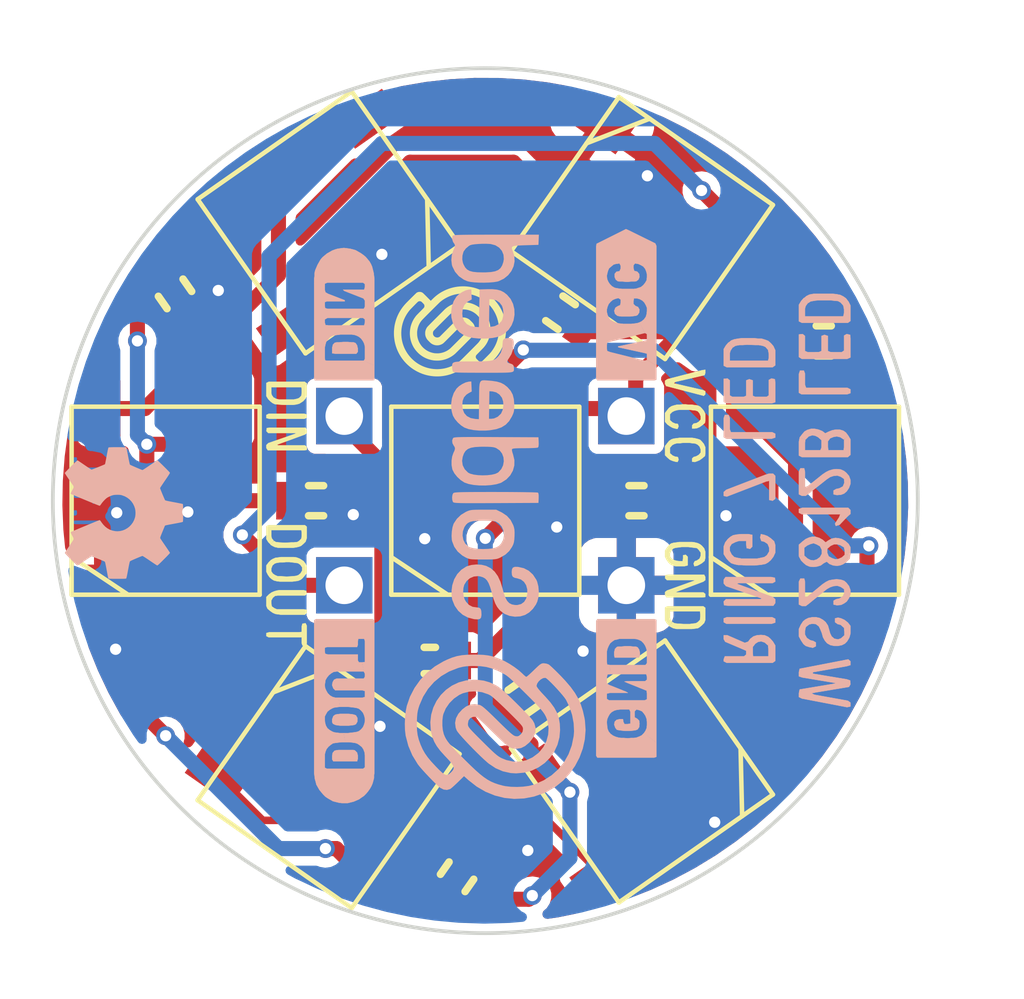
<source format=kicad_pcb>
(kicad_pcb (version 20211014) (generator pcbnew)
  (title_block (title "Smart LED WS2812B Ring7") (date "2021-07-26") (rev "V1.0.0.") (company "SOLDERED") (comment 1 "333055"))
  (layers (0 "F.Cu" signal) (31 "B.Cu" signal) (34 "B.Paste" user) (35 "F.Paste" user) (36 "B.SilkS" user "B.Silkscreen") (37 "F.SilkS" user "F.Silkscreen") (38 "B.Mask" user) (39 "F.Mask" user) (44 "Edge.Cuts" user))
  (net 0 "")
  (net 1 "VCC")
  (net 2 "GND")
  (net 3 "Net-(LED1-Pad2)")
  (net 4 "Net-(LED2-Pad2)")
  (net 5 "Net-(LED3-Pad2)")
  (net 6 "Net-(LED4-Pad2)")
  (net 7 "Net-(LED5-Pad2)")
  (net 8 "Net-(LED6-Pad2)")
  (net 9 "Net-(LED7-Pad2)")
  (net 10 "Net-(LED1-Pad4)")
  (net 11 "Net-(PAD2-Pad1)")
  (footprint "Soldered Graphics:Logo-Back-SolderedFULL-15mm" (layer "F.Cu") (at 111.76 108.93 -90)
    (fp_text reference "REF**" hide)
    (fp_text value "Logo-Front-SolderedFULL-15mm" hide)
  )
  (footprint "Soldered Graphics:Logo-Back-OSH-3.5mm" (layer "F.Cu") (at 101.89 108.83 -90)
    (fp_text reference "G***" hide)
    (fp_text value "LOGO" hide)
  )
  (footprint "e-radionica.com footprinti:WS2812B LED" (layer "F.Cu") (at 115.666666 101.25 145)
    (fp_text reference "LED7")
    (fp_text value "WS2812B")
    (pad "1" smd rect (at -2.45 -1.65 145) (size 1.5 0.9) (layers "F.Cu" "F.Paste" "F.Mask") (net 1 "VCC"))
    (pad "2" smd rect (at -2.45 1.65 145) (size 1.5 0.9) (layers "F.Cu" "F.Paste" "F.Mask") (net 9 "Net-(LED7-Pad2)"))
    (pad "3" smd rect (at 2.45 1.65 145) (size 1.5 0.9) (layers "F.Cu" "F.Paste" "F.Mask") (net 2 "GND"))
    (pad "4" smd rect (at 2.45 -1.65 145) (size 1.5 0.9) (layers "F.Cu" "F.Paste" "F.Mask") (net 8 "Net-(LED6-Pad2)"))
  )
  (footprint "e-radionica.com footprinti:0603C" (layer "F.Cu") (at 107 108.5)
    (fp_text reference "C5")
    (fp_text value "100n")
    (pad "1" smd rect locked (at -0.73 0) (size 0.66 1) (layers "F.Cu" "F.Paste" "F.Mask") (net 1 "VCC"))
    (pad "2" smd rect locked (at 0.73 0) (size 0.66 1) (layers "F.Cu" "F.Paste" "F.Mask") (net 2 "GND"))
  )
  (footprint "e-radionica.com footprinti:0603C" (layer "F.Cu") (at 103.25 103 -55)
    (fp_text reference "C6")
    (fp_text value "100n")
    (pad "1" smd rect locked (at -0.73 0 305) (size 0.66 1) (layers "F.Cu" "F.Paste" "F.Mask") (net 1 "VCC"))
    (pad "2" smd rect locked (at 0.73 0 305) (size 0.66 1) (layers "F.Cu" "F.Paste" "F.Mask") (net 2 "GND"))
  )
  (footprint "e-radionica.com footprinti:WS2812B LED" (layer "F.Cu") (at 115.66666 115.7 35)
    (fp_text reference "LED3")
    (fp_text value "WS2812B")
    (pad "1" smd rect (at -2.45 -1.65 35) (size 1.5 0.9) (layers "F.Cu" "F.Paste" "F.Mask") (net 1 "VCC"))
    (pad "2" smd rect (at -2.45 1.65 35) (size 1.5 0.9) (layers "F.Cu" "F.Paste" "F.Mask") (net 5 "Net-(LED3-Pad2)"))
    (pad "3" smd rect (at 2.45 1.65 35) (size 1.5 0.9) (layers "F.Cu" "F.Paste" "F.Mask") (net 2 "GND"))
    (pad "4" smd rect (at 2.45 -1.65 35) (size 1.5 0.9) (layers "F.Cu" "F.Paste" "F.Mask") (net 4 "Net-(LED2-Pad2)"))
  )
  (footprint "e-radionica.com footprinti:0603C" (layer "F.Cu") (at 120.5 104.25 180)
    (fp_text reference "C2")
    (fp_text value "100n")
    (pad "1" smd rect locked (at -0.73 0 180) (size 0.66 1) (layers "F.Cu" "F.Paste" "F.Mask") (net 1 "VCC"))
    (pad "2" smd rect locked (at 0.73 0 180) (size 0.66 1) (layers "F.Cu" "F.Paste" "F.Mask") (net 2 "GND"))
  )
  (footprint "e-radionica.com footprinti:FIDUCIAL_23" (layer "F.Cu") (at 115.66666 115.7 -90)
    (fp_text reference "FD1")
    (fp_text value "FIDUCIAL")
    (fp_circle (center 0 0) (end 1 0) (layer "F.Cu") (width 0.2) (fill none))
    (pad "1" smd circle (at 0 0 270) (size 1 1) (layers "F.Cu" "F.Paste" "F.Mask") (clearance 1.1))
  )
  (footprint "e-radionica.com footprinti:PAD_2x1.5" (layer "F.Cu") (at 115.5 110.75 -90)
    (fp_text reference "PAD4")
    (fp_text value "PAD_2x1.5")
    (pad "1" smd rect (at 0 0.25 270) (size 1.5 1.5) (layers "F.Cu" "F.Mask") (net 2 "GND"))
  )
  (footprint "Soldered Graphics:Logo-Front-Soldered-3mm" (layer "F.Cu") (at 110.56 104 -90)
    (fp_text reference "G***" hide)
    (fp_text value "LOGO" hide)
  )
  (footprint "e-radionica.com footprinti:WS2812B LED" (layer "F.Cu") (at 120 108.5 -90)
    (fp_text reference "LED2")
    (fp_text value "WS2812B")
    (pad "1" smd rect (at -2.45 -1.65 270) (size 1.5 0.9) (layers "F.Cu" "F.Paste" "F.Mask") (net 1 "VCC"))
    (pad "2" smd rect (at -2.45 1.65 270) (size 1.5 0.9) (layers "F.Cu" "F.Paste" "F.Mask") (net 4 "Net-(LED2-Pad2)"))
    (pad "3" smd rect (at 2.45 1.65 270) (size 1.5 0.9) (layers "F.Cu" "F.Paste" "F.Mask") (net 2 "GND"))
    (pad "4" smd rect (at 2.45 -1.65 270) (size 1.5 0.9) (layers "F.Cu" "F.Paste" "F.Mask") (net 3 "Net-(LED1-Pad2)"))
  )
  (footprint "buzzardLabel" (layer "F.Cu") (at 116.8 106.25 -90)
    (fp_text reference "" (at 0 0 90) (layer "F.SilkS") (effects (font (size 1.27 1.27))))
    (fp_text value "" (at 0 0 90) (layer "F.SilkS") (effects (font (size 1.27 1.27))))
  )
  (footprint "e-radionica.com footprinti:PAD_2x1.5" (layer "F.Cu") (at 107.5 110.75 -90)
    (fp_text reference "PAD5")
    (fp_text value "PAD_2x1.5")
    (pad "1" smd rect (at 0 -0.25 270) (size 1.5 1.5) (layers "F.Cu" "F.Mask") (net 9 "Net-(LED7-Pad2)"))
  )
  (footprint "e-radionica.com footprinti:PAD_2x1.5" (layer "F.Cu") (at 107.5 106.25 -90)
    (fp_text reference "PAD2")
    (fp_text value "PAD_2x1.5")
    (pad "1" smd rect (at 0 -0.25 270) (size 1.5 1.5) (layers "F.Cu" "F.Mask") (net 11 "Net-(PAD2-Pad1)"))
  )
  (footprint "buzzardLabel" (layer "F.Cu") (at 106.2 110.75 -90)
    (fp_text reference "" (at 0 0 90) (layer "F.SilkS") (effects (font (size 1.27 1.27))))
    (fp_text value "" (at 0 0 90) (layer "F.SilkS") (effects (font (size 1.27 1.27))))
  )
  (footprint "e-radionica.com footprinti:0603C" (layer "F.Cu") (at 110.75 118.5 55)
    (fp_text reference "C4")
    (fp_text value "100n")
    (pad "1" smd rect locked (at -0.73 0 55) (size 0.66 1) (layers "F.Cu" "F.Paste" "F.Mask") (net 1 "VCC"))
    (pad "2" smd rect locked (at 0.73 0 55) (size 0.66 1) (layers "F.Cu" "F.Paste" "F.Mask") (net 2 "GND"))
  )
  (footprint "buzzardLabel" (layer "F.Cu") (at 116.8 110.75 -90)
    (fp_text reference "" (at 0 0 90) (layer "F.SilkS") (effects (font (size 1.27 1.27))))
    (fp_text value "" (at 0 0 90) (layer "F.SilkS") (effects (font (size 1.27 1.27))))
  )
  (footprint "e-radionica.com footprinti:WS2812B LED" (layer "F.Cu") (at 111.5 108.5 -90)
    (fp_text reference "LED1")
    (fp_text value "WS2812B")
    (pad "1" smd rect (at -2.45 -1.65 270) (size 1.5 0.9) (layers "F.Cu" "F.Paste" "F.Mask") (net 1 "VCC"))
    (pad "2" smd rect (at -2.45 1.65 270) (size 1.5 0.9) (layers "F.Cu" "F.Paste" "F.Mask") (net 3 "Net-(LED1-Pad2)"))
    (pad "3" smd rect (at 2.45 1.65 270) (size 1.5 0.9) (layers "F.Cu" "F.Paste" "F.Mask") (net 2 "GND"))
    (pad "4" smd rect (at 2.45 -1.65 270) (size 1.5 0.9) (layers "F.Cu" "F.Paste" "F.Mask") (net 10 "Net-(LED1-Pad4)"))
  )
  (footprint "e-radionica.com footprinti:0603C" (layer "F.Cu") (at 112.5 113.75 35)
    (fp_text reference "C3")
    (fp_text value "100n")
    (pad "1" smd rect locked (at -0.73 0 35) (size 0.66 1) (layers "F.Cu" "F.Paste" "F.Mask") (net 1 "VCC"))
    (pad "2" smd rect locked (at 0.73 0 35) (size 0.66 1) (layers "F.Cu" "F.Paste" "F.Mask") (net 2 "GND"))
  )
  (footprint "e-radionica.com footprinti:0603C" (layer "F.Cu") (at 113.5 103.5 145)
    (fp_text reference "C7")
    (fp_text value "100n")
    (pad "1" smd rect locked (at -0.73 0 145) (size 0.66 1) (layers "F.Cu" "F.Paste" "F.Mask") (net 1 "VCC"))
    (pad "2" smd rect locked (at 0.73 0 145) (size 0.66 1) (layers "F.Cu" "F.Paste" "F.Mask") (net 2 "GND"))
  )
  (footprint "e-radionica.com footprinti:0603C" (layer "F.Cu") (at 115.52 108.5)
    (fp_text reference "C1")
    (fp_text value "100n")
    (pad "1" smd rect locked (at -0.73 0) (size 0.66 1) (layers "F.Cu" "F.Paste" "F.Mask") (net 1 "VCC"))
    (pad "2" smd rect locked (at 0.73 0) (size 0.66 1) (layers "F.Cu" "F.Paste" "F.Mask") (net 2 "GND"))
  )
  (footprint "e-radionica.com footprinti:WS2812B LED" (layer "F.Cu") (at 107.33333 101.1 35)
    (fp_text reference "LED6")
    (fp_text value "WS2812B")
    (pad "1" smd rect (at -2.45 -1.65 35) (size 1.5 0.9) (layers "F.Cu" "F.Paste" "F.Mask") (net 1 "VCC"))
    (pad "2" smd rect (at -2.45 1.65 35) (size 1.5 0.9) (layers "F.Cu" "F.Paste" "F.Mask") (net 8 "Net-(LED6-Pad2)"))
    (pad "3" smd rect (at 2.45 1.65 35) (size 1.5 0.9) (layers "F.Cu" "F.Paste" "F.Mask") (net 2 "GND"))
    (pad "4" smd rect (at 2.45 -1.65 35) (size 1.5 0.9) (layers "F.Cu" "F.Paste" "F.Mask") (net 7 "Net-(LED5-Pad2)"))
  )
  (footprint "e-radionica.com footprinti:0603R" (layer "F.Cu") (at 110.025 112.75 180)
    (fp_text reference "R1")
    (fp_text value "100")
    (pad "1" smd rect locked (at -0.775 0 270) (size 1 0.64) (layers "F.Cu" "F.Paste" "F.Mask") (net 10 "Net-(LED1-Pad4)"))
    (pad "2" smd rect locked (at 0.775 0 270) (size 1 0.64) (layers "F.Cu" "F.Paste" "F.Mask") (net 11 "Net-(PAD2-Pad1)"))
  )
  (footprint "e-radionica.com footprinti:WS2812B LED" (layer "F.Cu") (at 103 108.5 -90)
    (fp_text reference "LED5")
    (fp_text value "WS2812B")
    (pad "1" smd rect (at -2.45 -1.65 270) (size 1.5 0.9) (layers "F.Cu" "F.Paste" "F.Mask") (net 1 "VCC"))
    (pad "2" smd rect (at -2.45 1.65 270) (size 1.5 0.9) (layers "F.Cu" "F.Paste" "F.Mask") (net 7 "Net-(LED5-Pad2)"))
    (pad "3" smd rect (at 2.45 1.65 270) (size 1.5 0.9) (layers "F.Cu" "F.Paste" "F.Mask") (net 2 "GND"))
    (pad "4" smd rect (at 2.45 -1.65 270) (size 1.5 0.9) (layers "F.Cu" "F.Paste" "F.Mask") (net 6 "Net-(LED4-Pad2)"))
  )
  (footprint "buzzardLabel" (layer "F.Cu") (at 106.2 106.25 -90)
    (fp_text reference "" (at 0 0 90) (layer "F.SilkS") (effects (font (size 1.27 1.27))))
    (fp_text value "" (at 0 0 90) (layer "F.SilkS") (effects (font (size 1.27 1.27))))
  )
  (footprint "e-radionica.com footprinti:PAD_2x1.5" (layer "F.Cu") (at 115.5 106.25 -90)
    (fp_text reference "PAD3")
    (fp_text value "PAD_2x1.5")
    (pad "1" smd rect (at 0 0.25 270) (size 1.5 1.5) (layers "F.Cu" "F.Mask") (net 1 "VCC"))
  )
  (footprint "e-radionica.com footprinti:WS2812B LED" (layer "F.Cu") (at 107.333333 115.85 145)
    (fp_text reference "LED4")
    (fp_text value "WS2812B")
    (pad "1" smd rect (at -2.45 -1.65 145) (size 1.5 0.9) (layers "F.Cu" "F.Paste" "F.Mask") (net 1 "VCC"))
    (pad "2" smd rect (at -2.45 1.65 145) (size 1.5 0.9) (layers "F.Cu" "F.Paste" "F.Mask") (net 6 "Net-(LED4-Pad2)"))
    (pad "3" smd rect (at 2.45 1.65 145) (size 1.5 0.9) (layers "F.Cu" "F.Paste" "F.Mask") (net 2 "GND"))
    (pad "4" smd rect (at 2.45 -1.65 145) (size 1.5 0.9) (layers "F.Cu" "F.Paste" "F.Mask") (net 5 "Net-(LED3-Pad2)"))
  )
  (footprint "e-radionica.com footprinti:PAD_2x1.5" (layer "B.Cu") (at 115.5 110.75 90)
    (fp_text reference "PAD1")
    (fp_text value "PAD_2x1.5")
    (pad "1" smd rect (at 0 -0.25 90) (size 1.5 1.5) (layers "B.Cu" "B.Mask") (net 2 "GND"))
  )
  (footprint "e-radionica.com footprinti:PAD_2x1.5" (layer "B.Cu") (at 107.75 106.25 90)
    (fp_text reference "PAD7")
    (fp_text value "PAD_2x1.5")
    (pad "1" smd rect (at 0 0 90) (size 1.5 1.5) (layers "B.Cu" "B.Mask") (net 11 "Net-(PAD2-Pad1)"))
  )
  (footprint "buzzardLabel" (layer "B.Cu") (at 107.75 105.7 90)
    (fp_text reference "" (at 0 0 90) (layer "B.SilkS") (effects (font (size 1.27 1.27)) (justify mirror)))
    (fp_text value "" (at 0 0 90) (layer "B.SilkS") (effects (font (size 1.27 1.27)) (justify mirror)))
  )
  (footprint "e-radionica.com footprinti:PAD_2x1.5" (layer "B.Cu") (at 107.5 110.75 90)
    (fp_text reference "PAD8")
    (fp_text value "PAD_2x1.5")
    (pad "1" smd rect (at 0 0.25 90) (size 1.5 1.5) (layers "B.Cu" "B.Mask") (net 9 "Net-(LED7-Pad2)"))
  )
  (footprint "Soldered Graphics:Version1.1.1." (layer "B.Cu") (at 100.9 108.6 90)
    (fp_text reference "REF**" hide)
    (fp_text value "Version1.1.1." hide)
    (fp_poly (pts (xy 0.91 -0.35) (xy 0.96 -0.35) (xy 0.98 -0.31) (xy 0.98 0.35) (xy 0.95 0.38) (xy 0.89 0.38) (xy 0.86 0.34) (xy 0.74 0.22) (xy 0.73 0.17) (xy 0.76 0.16) (xy 0.85 0.22) (xy 0.89 0.23) (xy 0.89 -0.31) (xy 0.91 -0.35)) (layer "B.Cu") (width 0.01) (fill solid))
    (fp_poly (pts (xy 0.43 -0.38) (xy 0.48 -0.38) (xy 0.54 -0.37) (xy 0.54 -0.33) (xy 0.54 -0.27) (xy 0.5 -0.26) (xy 0.45 -0.26) (xy 0.42 -0.29) (xy 0.42 -0.34) (xy 0.43 -0.38)) (layer "B.Cu") (width 0.01) (fill solid))
    (fp_poly (pts (xy -0.5 -0.35) (xy -0.44 -0.35) (xy -0.43 -0.31) (xy -0.43 0.35) (xy -0.46 0.38) (xy -0.52 0.38) (xy -0.55 0.34) (xy -0.67 0.22) (xy -0.68 0.17) (xy -0.65 0.16) (xy -0.56 0.22) (xy -0.52 0.23) (xy -0.52 -0.31) (xy -0.5 -0.35)) (layer "B.Cu") (width 0.01) (fill solid))
    (fp_poly (pts (xy -0.27 -0.38) (xy -0.22 -0.38) (xy -0.17 -0.37) (xy -0.16 -0.33) (xy -0.16 -0.27) (xy -0.21 -0.26) (xy -0.26 -0.26) (xy -0.29 -0.29) (xy -0.29 -0.34) (xy -0.27 -0.38)) (layer "B.Cu") (width 0.01) (fill solid))
    (fp_poly (pts (xy 0.21 -0.35) (xy 0.26 -0.35) (xy 0.28 -0.31) (xy 0.28 0.35) (xy 0.24 0.38) (xy 0.19 0.38) (xy 0.15 0.34) (xy 0.04 0.22) (xy 0.02 0.17) (xy 0.05 0.16) (xy 0.14 0.22) (xy 0.18 0.23) (xy 0.18 -0.31) (xy 0.21 -0.35)) (layer "B.Cu") (width 0.01) (fill solid))
    (fp_poly (pts (xy -1.15 -0.35) (xy -1.1 -0.35) (xy -1.07 -0.31) (xy -0.92 0.1) (xy -0.94 0.13) (xy -0.99 0.13) (xy -1.02 0.1) (xy -1.11 -0.16) (xy -1.13 -0.21) (xy -1.15 -0.17) (xy -1.24 0.09) (xy -1.26 0.13) (xy -1.32 0.13) (xy -1.34 0.1) (xy -1.18 -0.31) (xy -1.15 -0.35)) (layer "B.Cu") (width 0.01) (fill solid))
    (fp_poly (pts (xy 1.14 -0.38) (xy 1.19 -0.38) (xy 1.24 -0.37) (xy 1.25 -0.33) (xy 1.25 -0.27) (xy 1.2 -0.26) (xy 1.15 -0.26) (xy 1.12 -0.29) (xy 1.12 -0.34) (xy 1.14 -0.38)) (layer "B.Cu") (width 0.01) (fill solid))
  )
  (footprint "buzzardLabel" (layer "B.Cu") (at 115.25 105.7 90)
    (fp_text reference "" (at 0 0 90) (layer "B.SilkS") (effects (font (size 1.27 1.27)) (justify mirror)))
    (fp_text value "" (at 0 0 90) (layer "B.SilkS") (effects (font (size 1.27 1.27)) (justify mirror)))
  )
  (footprint "buzzardLabel" (layer "B.Cu") (at 120.5 108.5 90)
    (fp_text reference "" (at 0 0 90) (layer "B.SilkS") (effects (font (size 1.27 1.27)) (justify mirror)))
    (fp_text value "" (at 0 0 90) (layer "B.SilkS") (effects (font (size 1.27 1.27)) (justify mirror)))
  )
  (footprint "buzzardLabel" (layer "B.Cu") (at 107.75 111.25 90)
    (fp_text reference "" (at 0 0 90) (layer "B.SilkS") (effects (font (size 1.27 1.27)) (justify mirror)))
    (fp_text value "" (at 0 0 90) (layer "B.SilkS") (effects (font (size 1.27 1.27)) (justify mirror)))
  )
  (footprint "buzzardLabel" (layer "B.Cu") (at 115.25 111.25 90)
    (fp_text reference "" (at 0 0 90) (layer "B.SilkS") (effects (font (size 1.27 1.27)) (justify mirror)))
    (fp_text value "" (at 0 0 90) (layer "B.SilkS") (effects (font (size 1.27 1.27)) (justify mirror)))
  )
  (footprint "e-radionica.com footprinti:PAD_2x1.5" (layer "B.Cu") (at 115.5 106.25 90)
    (fp_text reference "PAD6")
    (fp_text value "PAD_2x1.5")
    (pad "1" smd rect (at 0 -0.25 90) (size 1.5 1.5) (layers "B.Cu" "B.Mask") (net 1 "VCC"))
  )
  (footprint "buzzardLabel" (layer "B.Cu") (at 118.5 108.5 90)
    (fp_text reference "" (at 0 0 90) (layer "B.SilkS") (effects (font (size 1.27 1.27)) (justify mirror)))
    (fp_text value "" (at 0 0 90) (layer "B.SilkS") (effects (font (size 1.27 1.27)) (justify mirror)))
  )
  (gr_circle (center 111.5 108.5) (end 111.5 120) (layer "Edge.Cuts") (width 0.1) (fill none))
  (segment (start 114.79 108.5) (end 114.25 108.5) (width 0.4) (layer "F.Cu") (net 1))
  (segment (start 112.713336 115.753661) (end 112.713336 114.980028) (width 0.4) (layer "F.Cu") (net 1))
  (segment (start 108.393854 118.606863) (end 109.840171 118.606863) (width 0.4) (layer "F.Cu") (net 1))
  (segment (start 121.65 104.67) (end 121.23 104.25) (width 0.4) (layer "F.Cu") (net 1))
  (segment (start 102.25 102.983308) (end 102.25 104.25) (width 0.4) (layer "F.Cu") (net 1))
  (segment (start 120.5 102.75) (end 121.23 103.48) (width 0.4) (layer "F.Cu") (net 1))
  (segment (start 110.331289 119.097981) (end 112.652019 119.097981) (width 0.4) (layer "F.Cu") (net 1))
  (segment (start 109.840171 118.606863) (end 110.331289 119.097981) (width 0.4) (layer "F.Cu") (net 1))
  (segment (start 114.125 108.375) (end 113.15 107.4) (width 0.4) (layer "F.Cu") (net 1))
  (segment (start 115.3 106.05) (end 115.5 106.25) (width 0.4) (layer "F.Cu") (net 1))
  (segment (start 115.5 106.25) (end 115.5 105.23405) (width 0.4) (layer "F.Cu") (net 1))
  (segment (start 102.5 107) (end 103.7 107) (width 0.4) (layer "F.Cu") (net 1))
  (segment (start 119.25 102.75) (end 120.5 102.75) (width 0.4) (layer "F.Cu") (net 1))
  (segment (start 121.23 103.48) (end 121.23 104.25) (width 0.4) (layer "F.Cu") (net 1))
  (segment (start 112.625 108.375) (end 111.5 109.5) (width 0.4) (layer "F.Cu") (net 1))
  (segment (start 114.125 108.375) (end 112.625 108.375) (width 0.4) (layer "F.Cu") (net 1))
  (segment (start 104.380006 101.153661) (end 104.079647 101.153661) (width 0.4) (layer "F.Cu") (net 1))
  (segment (start 114.186133 104.006863) (end 114.097981 103.918711) (width 0.4) (layer "F.Cu") (net 1))
  (segment (start 113.253661 115.753661) (end 113.75 116.25) (width 0.4) (layer "F.Cu") (net 1))
  (segment (start 103.7 107) (end 104.65 106.05) (width 0.4) (layer "F.Cu") (net 1))
  (segment (start 112.713336 115.753661) (end 113.253661 115.753661) (width 0.4) (layer "F.Cu") (net 1))
  (segment (start 102.831289 102.402019) (end 102.25 102.983308) (width 0.4) (layer "F.Cu") (net 1))
  (segment (start 121.65 106.05) (end 121.65 104.67) (width 0.4) (layer "F.Cu") (net 1))
  (segment (start 114.25 108.5) (end 114.125 108.375) (width 0.4) (layer "F.Cu") (net 1))
  (segment (start 117.993137 104.006863) (end 119.25 102.75) (width 0.4) (layer "F.Cu") (net 1))
  (segment (start 105 108.5) (end 106.27 108.5) (width 0.4) (layer "F.Cu") (net 1))
  (segment (start 113.15 107.4) (end 113.15 106.05) (width 0.4) (layer "F.Cu") (net 1))
  (segment (start 104.079647 101.153661) (end 102.831289 102.402019) (width 0.4) (layer "F.Cu") (net 1))
  (segment (start 116.727187 104.006863) (end 117.993137 104.006863) (width 0.4) (layer "F.Cu") (net 1))
  (segment (start 102.5 107) (end 102.5 114.25) (width 0.4) (layer "F.Cu") (net 1))
  (segment (start 107.536991 117.75) (end 108.393854 118.606863) (width 0.4) (layer "F.Cu") (net 1))
  (segment (start 104.65 106.05) (end 104.65 108.15) (width 0.4) (layer "F.Cu") (net 1))
  (segment (start 107.25 117.75) (end 107.536991 117.75) (width 0.4) (layer "F.Cu") (net 1))
  (segment (start 102.5 114.25) (end 103 114.75) (width 0.4) (layer "F.Cu") (net 1))
  (segment (start 112.652019 119.097981) (end 112.75 119) (width 0.4) (layer "F.Cu") (net 1))
  (segment (start 115.5 105.23405) (end 116.727187 104.006863) (width 0.4) (layer "F.Cu") (net 1))
  (segment (start 116.727187 104.006863) (end 114.186133 104.006863) (width 0.4) (layer "F.Cu") (net 1))
  (segment (start 113.15 106.05) (end 115.3 106.05) (width 0.4) (layer "F.Cu") (net 1))
  (segment (start 112.713336 114.980028) (end 111.902019 114.168711) (width 0.4) (layer "F.Cu") (net 1))
  (segment (start 104.65 108.15) (end 105 108.5) (width 0.4) (layer "F.Cu") (net 1))
  (via (at 103 114.75) (size 0.5) (drill 0.3) (layers "F.Cu" "B.Cu") (net 1))
  (via (at 102.5 107) (size 0.5) (drill 0.3) (layers "F.Cu" "B.Cu") (net 1))
  (via (at 102.25 104.25) (size 0.5) (drill 0.3) (layers "F.Cu" "B.Cu") (net 1))
  (via (at 111.5 109.5) (size 0.5) (drill 0.3) (layers "F.Cu" "B.Cu") (net 1))
  (via (at 107.25 117.75) (size 0.5) (drill 0.3) (layers "F.Cu" "B.Cu") (net 1))
  (via (at 113.75 116.25) (size 0.5) (drill 0.3) (layers "F.Cu" "B.Cu") (net 1))
  (via (at 112.75 119) (size 0.5) (drill 0.3) (layers "F.Cu" "B.Cu") (net 1))
  (via (at 115.25 106.25) (size 1.3) (drill 1) (layers "F.Cu" "B.Cu") (net 1))
  (segment (start 103 114.75) (end 106 117.75) (width 0.4) (layer "B.Cu") (net 1))
  (segment (start 102.25 104.25) (end 102.25 106.75) (width 0.4) (layer "B.Cu") (net 1))
  (segment (start 106 117.75) (end 107.25 117.75) (width 0.4) (layer "B.Cu") (net 1))
  (segment (start 111.5 109.5) (end 111.5 114) (width 0.4) (layer "B.Cu") (net 1))
  (segment (start 112.75 119) (end 113.75 118) (width 0.4) (layer "B.Cu") (net 1))
  (segment (start 102.25 106.75) (end 102.5 107) (width 0.4) (layer "B.Cu") (net 1))
  (segment (start 111.5 114) (end 113.75 116.25) (width 0.4) (layer "B.Cu") (net 1))
  (segment (start 113.75 118) (end 113.75 116.25) (width 0.4) (layer "B.Cu") (net 1))
  (via (at 108.75 101.95) (size 0.5) (drill 0.3) (layers "F.Cu" "B.Cu") (net 2))
  (via (at 115.81 99.86) (size 0.5) (drill 0.3) (layers "F.Cu" "B.Cu") (net 2))
  (via (at 113.4 109.2) (size 0.5) (drill 0.3) (layers "F.Cu" "B.Cu") (net 2))
  (via (at 101.67 112.45) (size 0.5) (drill 0.3) (layers "F.Cu" "B.Cu") (net 2))
  (via (at 117.6 117.05) (size 0.5) (drill 0.3) (layers "F.Cu" "B.Cu") (net 2))
  (via (at 108.7 114.5) (size 0.5) (drill 0.3) (layers "F.Cu" "B.Cu") (net 2))
  (via (at 104.4 102.91) (size 0.5) (drill 0.3) (layers "F.Cu" "B.Cu") (net 2))
  (via (at 107.99 108.87) (size 0.5) (drill 0.3) (layers "F.Cu" "B.Cu") (net 2))
  (via (at 101.7 108.82) (size 0.5) (drill 0.3) (layers "F.Cu" "B.Cu") (net 2))
  (via (at 117.9 108.9) (size 0.5) (drill 0.3) (layers "F.Cu" "B.Cu") (net 2))
  (via (at 109.89 109.51) (size 0.5) (drill 0.3) (layers "F.Cu" "B.Cu") (net 2))
  (via (at 114.1 112.5) (size 0.5) (drill 0.3) (layers "F.Cu" "B.Cu") (net 2))
  (via (at 103.59 108.8) (size 0.5) (drill 0.3) (layers "F.Cu" "B.Cu") (net 2))
  (via (at 115.25 110.75) (size 1.3) (drill 1) (layers "F.Cu" "B.Cu") (net 2))
  (via (at 112.63 117.8) (size 0.5) (drill 0.3) (layers "F.Cu" "B.Cu") (net 2))
  (segment (start 121.65 109.75) (end 121.65 110.95) (width 0.4) (layer "F.Cu") (net 3))
  (segment (start 121.7 109.7) (end 121.65 109.75) (width 0.4) (layer "F.Cu") (net 3))
  (segment (start 112.51 104.49) (end 110.95 106.05) (width 0.4) (layer "F.Cu") (net 3))
  (segment (start 110.95 106.05) (end 109.85 106.05) (width 0.4) (layer "F.Cu") (net 3))
  (via (at 112.51 104.49) (size 0.5) (drill 0.3) (layers "F.Cu" "B.Cu") (net 3))
  (via (at 121.7 109.7) (size 0.5) (drill 0.3) (layers "F.Cu" "B.Cu") (net 3))
  (segment (start 115.96912 104.5) (end 112.52 104.5) (width 0.4) (layer "B.Cu") (net 3))
  (segment (start 121.16912 109.7) (end 115.96912 104.5) (width 0.4) (layer "B.Cu") (net 3))
  (segment (start 112.52 104.5) (end 112.51 104.49) (width 0.4) (layer "B.Cu") (net 3))
  (segment (start 121.7 109.7) (end 121.16912 109.7) (width 0.4) (layer "B.Cu") (net 3))
  (segment (start 116.727181 112.943137) (end 119.306863 112.943137) (width 0.4) (layer "F.Cu") (net 4))
  (segment (start 119.75 107.45) (end 118.35 106.05) (width 0.4) (layer "F.Cu") (net 4))
  (segment (start 119.75 112.5) (end 119.75 107.45) (width 0.4) (layer "F.Cu") (net 4))
  (segment (start 119.306863 112.943137) (end 119.75 112.5) (width 0.4) (layer "F.Cu") (net 4))
  (segment (start 105.58367 117) (end 108.5 117) (width 0.2) (layer "F.Cu") (net 5))
  (segment (start 108.501982 117.001982) (end 113.151258 117.001982) (width 0.2) (layer "F.Cu") (net 5))
  (segment (start 104.380009 115.796339) (end 105.58367 117) (width 0.2) (layer "F.Cu") (net 5))
  (segment (start 108.5 117) (end 108.501982 117.001982) (width 0.2) (layer "F.Cu") (net 5))
  (segment (start 113.151258 117.001982) (end 114.606139 118.456863) (width 0.2) (layer "F.Cu") (net 5))
  (segment (start 110.190318 116) (end 110.286657 115.903661) (width 0.4) (layer "F.Cu") (net 6))
  (segment (start 104.65 110.95) (end 104.65 113.9) (width 0.4) (layer "F.Cu") (net 6))
  (segment (start 104.65 113.9) (end 106.75 116) (width 0.4) (layer "F.Cu") (net 6))
  (segment (start 106.75 116) (end 110.190318 116) (width 0.4) (layer "F.Cu") (net 6))
  (segment (start 108.393851 98.343137) (end 106 100.736988) (width 0.4) (layer "F.Cu") (net 7))
  (segment (start 102.45 106.05) (end 101.35 106.05) (width 0.4) (layer "F.Cu") (net 7))
  (segment (start 106 100.736988) (end 106 102.5) (width 0.4) (layer "F.Cu") (net 7))
  (segment (start 106 102.5) (end 102.45 106.05) (width 0.4) (layer "F.Cu") (net 7))
  (segment (start 106.272809 103.856863) (end 106.643137 103.856863) (width 0.4) (layer "F.Cu") (net 8))
  (segment (start 107 103.5) (end 107 102) (width 0.4) (layer "F.Cu") (net 8))
  (segment (start 107 103.5) (end 107 103.25) (width 0.4) (layer "F.Cu") (net 8))
  (segment (start 107 102) (end 109.5 99.5) (width 0.4) (layer "F.Cu") (net 8))
  (segment (start 109.5 99.5) (end 112.25 99.5) (width 0.4) (layer "F.Cu") (net 8))
  (segment (start 106.643137 103.856863) (end 107 103.5) (width 0.4) (layer "F.Cu") (net 8))
  (segment (start 112.25 99.5) (end 112.713342 99.963342) (width 0.4) (layer "F.Cu") (net 8))
  (segment (start 112.713342 99.963342) (end 112.713342 101.196339) (width 0.4) (layer "F.Cu") (net 8))
  (segment (start 118.303661 101.303661) (end 117.25 100.25) (width 0.4) (layer "F.Cu") (net 9))
  (segment (start 106.38 110.75) (end 107.5 110.75) (width 0.4) (layer "F.Cu") (net 9))
  (segment (start 105.04 109.41) (end 106.38 110.75) (width 0.4) (layer "F.Cu") (net 9))
  (segment (start 118.61999 101.303661) (end 118.303661 101.303661) (width 0.4) (layer "F.Cu") (net 9))
  (via (at 105.04 109.41) (size 0.5) (drill 0.3) (layers "F.Cu" "B.Cu") (net 9))
  (via (at 117.25 100.25) (size 0.5) (drill 0.3) (layers "F.Cu" "B.Cu") (net 9))
  (via (at 107.75 110.75) (size 1.3) (drill 1) (layers "F.Cu" "B.Cu") (net 9))
  (segment (start 116 99) (end 117.25 100.25) (width 0.4) (layer "B.Cu") (net 9))
  (segment (start 105.75 108.7) (end 105.75 102) (width 0.4) (layer "B.Cu") (net 9))
  (segment (start 108.75 99) (end 116 99) (width 0.4) (layer "B.Cu") (net 9))
  (segment (start 105.04 109.41) (end 105.75 108.7) (width 0.4) (layer "B.Cu") (net 9))
  (segment (start 105.75 102) (end 108.75 99) (width 0.4) (layer "B.Cu") (net 9))
  (segment (start 111.35 112.75) (end 113.15 110.95) (width 0.4) (layer "F.Cu") (net 10))
  (segment (start 110.8 112.75) (end 111.35 112.75) (width 0.4) (layer "F.Cu") (net 10))
  (segment (start 108.75 107.5) (end 108.75 112.25) (width 0.4) (layer "F.Cu") (net 11))
  (segment (start 107.5 106.25) (end 108.75 107.5) (width 0.4) (layer "F.Cu") (net 11))
  (segment (start 108.75 112.25) (end 109.25 112.75) (width 0.4) (layer "F.Cu") (net 11))
  (via (at 107.75 106.25) (size 1.3) (drill 1) (layers "F.Cu" "B.Cu") (net 11))
  (zone (net 2) (net_name "GND") (layer "F.Cu") (connect_pads (clearance 0.254)) (min_thickness 0.254) (fill yes (thermal_gap 0.508) (thermal_bridge_width 0.508))
    (polygon (pts (xy 100 120) (xy 100 97) (xy 123 97) (xy 123 120)))
  )
  (zone (net 2) (net_name "GND") (layer "B.Cu") (connect_pads (clearance 0.254)) (min_thickness 0.254) (fill yes (thermal_gap 0.508) (thermal_bridge_width 0.508))
    (polygon (pts (xy 123 120) (xy 100 120) (xy 100 97) (xy 123 97)))
  )
)
</source>
